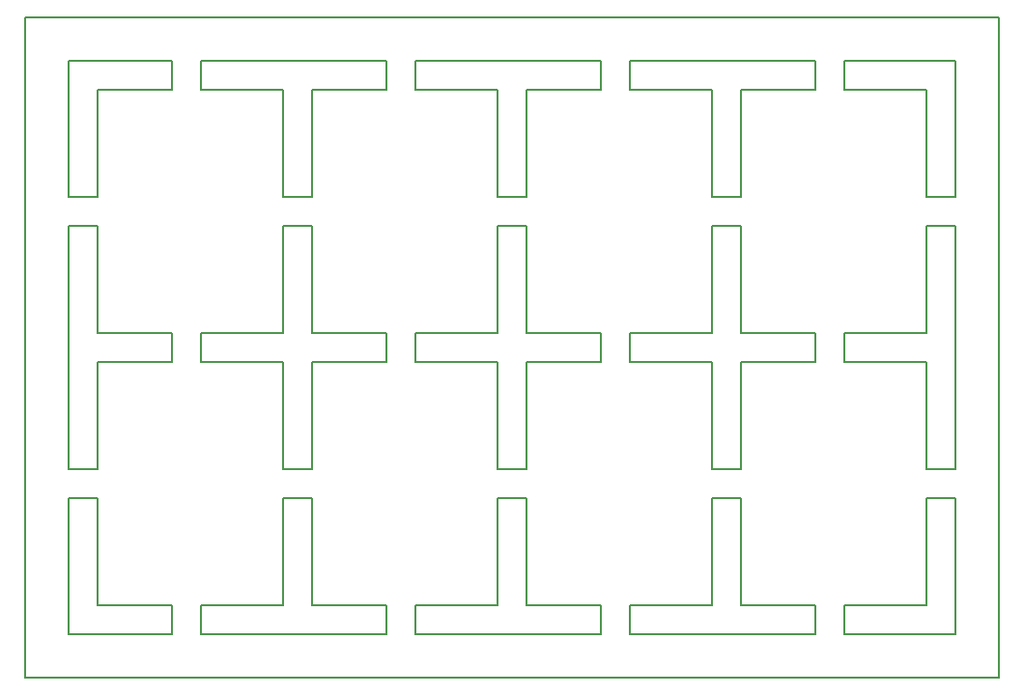
<source format=gm1>
G04 #@! TF.FileFunction,Profile,NP*
%FSLAX46Y46*%
G04 Gerber Fmt 4.6, Leading zero omitted, Abs format (unit mm)*
G04 Created by KiCad (PCBNEW 4.0.5+dfsg1-4) date Fri Mar 30 22:23:14 2018*
%MOMM*%
%LPD*%
G01*
G04 APERTURE LIST*
%ADD10C,0.100000*%
%ADD11C,0.150000*%
G04 APERTURE END LIST*
D10*
D11*
X95250000Y-47498000D02*
X95250000Y-105410000D01*
X180594000Y-47498000D02*
X95250000Y-47498000D01*
X180594000Y-105410000D02*
X180594000Y-47498000D01*
X95250000Y-105410000D02*
X180594000Y-105410000D01*
X99060000Y-101600000D02*
X108077000Y-101600000D01*
X110617000Y-101600000D02*
X120396000Y-101600000D01*
X120396000Y-101600000D02*
X126873000Y-101600000D01*
X129413000Y-101600000D02*
X139192000Y-101600000D01*
X139192000Y-101600000D02*
X145669000Y-101600000D01*
X148209000Y-101600000D02*
X157988000Y-101600000D01*
X157988000Y-101600000D02*
X164465000Y-101600000D01*
X167005000Y-101600000D02*
X176784000Y-101600000D01*
X176784000Y-75184000D02*
X176784000Y-65786000D01*
X176784000Y-87122000D02*
X176784000Y-75184000D01*
X176784000Y-101600000D02*
X176784000Y-89662000D01*
X176784000Y-63246000D02*
X176784000Y-51308000D01*
X101600000Y-99060000D02*
X101600000Y-89662000D01*
X101600000Y-87122000D02*
X101600000Y-77724000D01*
X101600000Y-63246000D02*
X101600000Y-53848000D01*
X101600000Y-75184000D02*
X101600000Y-65786000D01*
X99060000Y-87122000D02*
X99060000Y-77724000D01*
X99060000Y-101600000D02*
X99060000Y-89662000D01*
X99060000Y-77724000D02*
X99060000Y-65786000D01*
X99060000Y-63246000D02*
X99060000Y-51308000D01*
X157988000Y-99060000D02*
X164465000Y-99060000D01*
X157988000Y-99060000D02*
X157988000Y-89662000D01*
X167005000Y-53848000D02*
X174244000Y-53848000D01*
X174244000Y-75184000D02*
X174244000Y-65786000D01*
X167005000Y-51308000D02*
X176784000Y-51308000D01*
X167005000Y-75184000D02*
X174244000Y-75184000D01*
X174244000Y-63246000D02*
X174244000Y-53848000D01*
X157988000Y-51308000D02*
X164465000Y-51308000D01*
X157988000Y-63246000D02*
X157988000Y-53848000D01*
X157988000Y-53848000D02*
X164465000Y-53848000D01*
X157988000Y-75184000D02*
X157988000Y-65786000D01*
X157988000Y-87122000D02*
X157988000Y-77724000D01*
X157988000Y-75184000D02*
X164465000Y-75184000D01*
X157988000Y-77724000D02*
X164465000Y-77724000D01*
X174244000Y-99060000D02*
X174244000Y-89662000D01*
X174244000Y-87122000D02*
X174244000Y-77724000D01*
X167005000Y-99060000D02*
X174244000Y-99060000D01*
X167005000Y-77724000D02*
X174244000Y-77724000D01*
X155448000Y-87122000D02*
X155448000Y-77724000D01*
X155448000Y-75184000D02*
X155448000Y-65786000D01*
X155448000Y-99060000D02*
X155448000Y-89662000D01*
X155448000Y-63246000D02*
X155448000Y-53848000D01*
X136652000Y-87122000D02*
X136652000Y-77724000D01*
X136652000Y-63246000D02*
X136652000Y-53848000D01*
X136652000Y-75184000D02*
X136652000Y-65786000D01*
X136652000Y-99060000D02*
X136652000Y-89662000D01*
X139192000Y-87122000D02*
X139192000Y-77724000D01*
X139192000Y-99060000D02*
X145669000Y-99060000D01*
X148209000Y-99060000D02*
X155448000Y-99060000D01*
X148209000Y-77724000D02*
X155448000Y-77724000D01*
X139192000Y-99060000D02*
X139192000Y-89662000D01*
X139192000Y-75184000D02*
X139192000Y-65786000D01*
X139192000Y-63246000D02*
X139192000Y-53848000D01*
X139192000Y-53848000D02*
X145669000Y-53848000D01*
X148209000Y-53848000D02*
X155448000Y-53848000D01*
X139192000Y-51308000D02*
X145669000Y-51308000D01*
X148209000Y-51308000D02*
X157988000Y-51308000D01*
X139192000Y-77724000D02*
X145669000Y-77724000D01*
X148209000Y-75184000D02*
X155448000Y-75184000D01*
X139192000Y-75184000D02*
X145669000Y-75184000D01*
X120396000Y-63246000D02*
X120396000Y-53848000D01*
X120396000Y-75184000D02*
X120396000Y-65786000D01*
X117856000Y-63246000D02*
X117856000Y-53848000D01*
X117856000Y-75184000D02*
X117856000Y-65786000D01*
X120396000Y-99060000D02*
X120396000Y-89662000D01*
X120396000Y-87122000D02*
X120396000Y-77724000D01*
X117856000Y-87122000D02*
X117856000Y-77724000D01*
X117856000Y-99060000D02*
X117856000Y-89662000D01*
X129413000Y-99060000D02*
X136652000Y-99060000D01*
X120396000Y-99060000D02*
X126873000Y-99060000D01*
X120396000Y-51308000D02*
X126873000Y-51308000D01*
X120396000Y-53848000D02*
X126873000Y-53848000D01*
X129413000Y-53848000D02*
X136652000Y-53848000D01*
X129413000Y-51308000D02*
X139192000Y-51308000D01*
X129413000Y-75184000D02*
X136652000Y-75184000D01*
X120396000Y-75184000D02*
X126873000Y-75184000D01*
X129413000Y-77724000D02*
X136652000Y-77724000D01*
X120396000Y-77724000D02*
X126873000Y-77724000D01*
X101600000Y-53848000D02*
X108077000Y-53848000D01*
X110617000Y-53848000D02*
X117856000Y-53848000D01*
X110617000Y-51308000D02*
X120396000Y-51308000D01*
X99060000Y-51308000D02*
X108077000Y-51308000D01*
X110617000Y-99060000D02*
X117856000Y-99060000D01*
X101600000Y-99060000D02*
X108077000Y-99060000D01*
X110617000Y-77724000D02*
X117856000Y-77724000D01*
X101600000Y-77724000D02*
X108077000Y-77724000D01*
X110617000Y-75184000D02*
X117856000Y-75184000D01*
X101600000Y-75184000D02*
X108077000Y-75184000D01*
X99060000Y-87122000D02*
X101600000Y-87122000D01*
X101600000Y-89662000D02*
X99060000Y-89662000D01*
X99060000Y-63246000D02*
X101600000Y-63246000D01*
X101600000Y-65786000D02*
X99060000Y-65786000D01*
X174244000Y-87122000D02*
X176784000Y-87122000D01*
X176784000Y-89662000D02*
X174244000Y-89662000D01*
X174244000Y-63246000D02*
X176784000Y-63246000D01*
X176784000Y-65786000D02*
X174244000Y-65786000D01*
X155448000Y-87122000D02*
X157988000Y-87122000D01*
X157988000Y-89662000D02*
X155448000Y-89662000D01*
X167005000Y-75184000D02*
X167005000Y-77724000D01*
X164465000Y-77724000D02*
X164465000Y-75184000D01*
X167005000Y-99060000D02*
X167005000Y-101600000D01*
X164465000Y-101600000D02*
X164465000Y-99060000D01*
X155448000Y-63246000D02*
X157988000Y-63246000D01*
X157988000Y-65786000D02*
X155448000Y-65786000D01*
X167005000Y-51308000D02*
X167005000Y-53848000D01*
X164465000Y-53848000D02*
X164465000Y-51308000D01*
X136652000Y-63246000D02*
X139192000Y-63246000D01*
X139192000Y-65786000D02*
X136652000Y-65786000D01*
X148209000Y-51308000D02*
X148209000Y-53848000D01*
X145669000Y-53848000D02*
X145669000Y-51308000D01*
X148209000Y-75184000D02*
X148209000Y-77724000D01*
X145669000Y-77724000D02*
X145669000Y-75184000D01*
X148209000Y-99060000D02*
X148209000Y-101600000D01*
X145669000Y-101600000D02*
X145669000Y-99060000D01*
X136652000Y-87122000D02*
X139192000Y-87122000D01*
X139192000Y-89662000D02*
X136652000Y-89662000D01*
X117856000Y-63246000D02*
X120396000Y-63246000D01*
X120396000Y-65786000D02*
X117856000Y-65786000D01*
X117856000Y-87122000D02*
X120396000Y-87122000D01*
X120396000Y-89662000D02*
X117856000Y-89662000D01*
X129413000Y-51308000D02*
X129413000Y-53848000D01*
X126873000Y-53848000D02*
X126873000Y-51308000D01*
X129413000Y-75184000D02*
X129413000Y-77724000D01*
X126873000Y-77724000D02*
X126873000Y-75184000D01*
X129413000Y-99060000D02*
X129413000Y-101600000D01*
X126873000Y-101600000D02*
X126873000Y-99060000D01*
X110617000Y-51308000D02*
X110617000Y-53848000D01*
X108077000Y-53848000D02*
X108077000Y-51308000D01*
X110617000Y-99060000D02*
X110617000Y-101600000D01*
X108077000Y-101600000D02*
X108077000Y-99060000D01*
X110617000Y-75184000D02*
X110617000Y-77724000D01*
X108077000Y-77724000D02*
X108077000Y-75184000D01*
M02*

</source>
